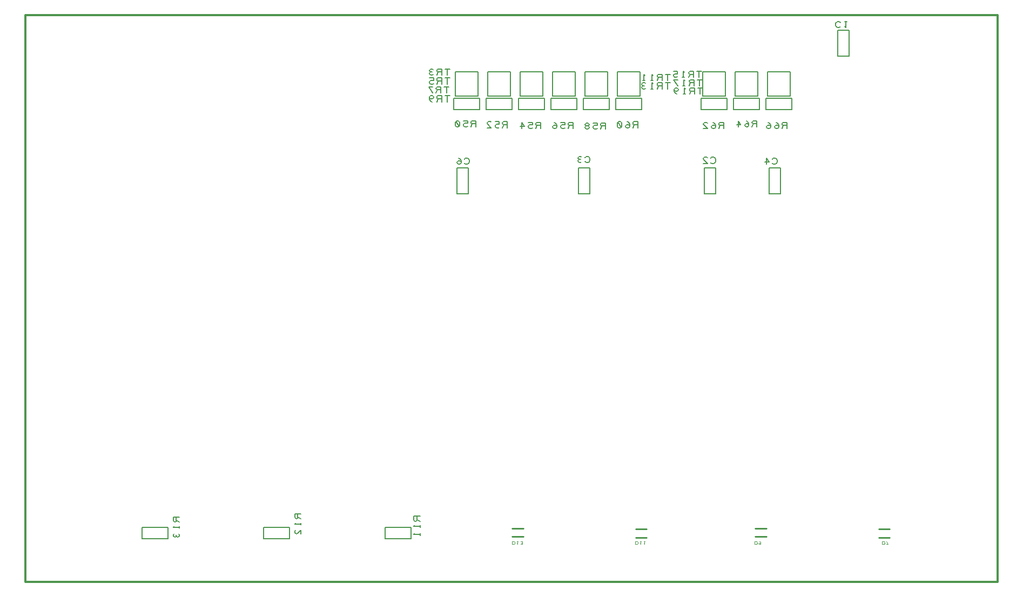
<source format=gbr>
G04 EasyPC Gerber Version 20.0.2 Build 4112 *
G04 #@! TF.Part,Single*
G04 #@! TF.FileFunction,Legend,Bot *
%FSLAX35Y35*%
%MOIN*%
%ADD106C,0.00100*%
%ADD105C,0.00500*%
%ADD11C,0.01000*%
%ADD10C,0.01200*%
X0Y0D02*
D02*
D10*
X680250Y344250D02*
X1280250D01*
Y694250*
X680250*
Y344250*
D02*
D11*
X980577Y372108D02*
X987467D01*
X980577Y377226D02*
X987467D01*
X1056805Y371691D02*
X1063695D01*
X1056805Y376809D02*
X1063695D01*
X1130577Y372108D02*
X1137467D01*
X1130577Y377226D02*
X1137467D01*
X1206805Y371691D02*
X1213695D01*
X1206805Y376809D02*
X1213695D01*
D02*
D105*
X752250Y377750D02*
X768250D01*
Y370750*
X752250*
Y377750*
X775313Y384250D02*
X771563D01*
Y382063*
X771875Y381437*
X772500Y381125*
X773125Y381437*
X773437Y382063*
Y384250*
Y382063D02*
X775313Y381125D01*
Y378625D02*
Y377375D01*
Y378000D02*
X771563D01*
X772187Y378625*
X775000Y373937D02*
X775313Y373313D01*
Y372687*
X775000Y372063*
X774375Y371750*
X773750Y372063*
X773437Y372687*
Y373313*
Y372687D02*
X773125Y372063D01*
X772500Y371750*
X771875Y372063*
X771563Y372687*
Y373313*
X771875Y373937*
X827250Y377750D02*
X843250D01*
Y370750*
X827250*
Y377750*
X850313Y386250D02*
X846563D01*
Y384063*
X846875Y383437*
X847500Y383125*
X848125Y383437*
X848437Y384063*
Y386250*
Y384063D02*
X850313Y383125D01*
Y380625D02*
Y379375D01*
Y380000D02*
X846563D01*
X847187Y380625*
X850313Y373750D02*
Y376250D01*
X848125Y374063*
X847500Y373750*
X846875Y374063*
X846563Y374687*
Y375625*
X846875Y376250*
X902250Y377750D02*
X918250D01*
Y370750*
X902250*
Y377750*
X923813Y384750D02*
X920063D01*
Y382563*
X920375Y381937*
X921000Y381625*
X921625Y381937*
X921937Y382563*
Y384750*
Y382563D02*
X923813Y381625D01*
Y379125D02*
Y377875D01*
Y378500D02*
X920063D01*
X920687Y379125*
X923813Y374125D02*
Y372875D01*
Y373500D02*
X920063D01*
X920687Y374125*
X940187Y646187D02*
Y649937D01*
X941750D02*
X938625D01*
X936750Y646187D02*
Y649937D01*
X934563*
X933937Y649625*
X933625Y649000*
X933937Y648375*
X934563Y648063*
X936750*
X934563D02*
X933625Y646187D01*
X931750D02*
X929250Y649937D01*
X931750*
X940687Y640687D02*
Y644437D01*
X942250D02*
X939125D01*
X937250Y640687D02*
Y644437D01*
X935063*
X934437Y644125*
X934125Y643500*
X934437Y642875*
X935063Y642563*
X937250*
X935063D02*
X934125Y640687D01*
X931313D02*
X930687Y641000D01*
X930063Y641625*
X929750Y642563*
Y643500*
X930063Y644125*
X930687Y644437*
X931313*
X931937Y644125*
X932250Y643500*
X931937Y642875*
X931313Y642563*
X930687*
X930063Y642875*
X929750Y643500*
X940687Y651687D02*
Y655437D01*
X942250D02*
X939125D01*
X937250Y651687D02*
Y655437D01*
X935063*
X934437Y655125*
X934125Y654500*
X934437Y653875*
X935063Y653563*
X937250*
X935063D02*
X934125Y651687D01*
X932250Y652000D02*
X931625Y651687D01*
X930687*
X930063Y652000*
X929750Y652625*
Y652937*
X930063Y653563*
X930687Y653875*
X932250*
Y655437*
X929750*
X940687Y657187D02*
Y660937D01*
X942250D02*
X939125D01*
X937250Y657187D02*
Y660937D01*
X935063*
X934437Y660625*
X934125Y660000*
X934437Y659375*
X935063Y659063*
X937250*
X935063D02*
X934125Y657187D01*
X931937Y657500D02*
X931313Y657187D01*
X930687*
X930063Y657500*
X929750Y658125*
X930063Y658750*
X930687Y659063*
X931313*
X930687D02*
X930063Y659375D01*
X929750Y660000*
X930063Y660625*
X930687Y660937*
X931313*
X931937Y660625*
X953750Y599750D02*
Y583750D01*
X946750*
Y599750*
X953750*
X951125Y602813D02*
X951437Y602500D01*
X952063Y602187*
X953000*
X953625Y602500*
X953937Y602813*
X954250Y603437*
Y604687*
X953937Y605313*
X953625Y605625*
X953000Y605937*
X952063*
X951437Y605625*
X951125Y605313*
X949250Y603125D02*
X948937Y603750D01*
X948313Y604063*
X947687*
X947063Y603750*
X946750Y603125*
X947063Y602500*
X947687Y602187*
X948313*
X948937Y602500*
X949250Y603125*
Y604063*
X948937Y605000*
X948313Y605625*
X947687Y605937*
X958250Y625187D02*
Y628937D01*
X956063*
X955437Y628625*
X955125Y628000*
X955437Y627375*
X956063Y627063*
X958250*
X956063D02*
X955125Y625187D01*
X953250Y625500D02*
X952625Y625187D01*
X951687*
X951063Y625500*
X950750Y626125*
Y626437*
X951063Y627063*
X951687Y627375*
X953250*
Y628937*
X950750*
X947937Y625500D02*
X947313Y625187D01*
X946687*
X946063Y625500*
X945750Y626125*
Y628000*
X946063Y628625*
X946687Y628937*
X947313*
X947937Y628625*
X948250Y628000*
Y626125*
X947937Y625500*
X946063Y628625*
X959750Y659250D02*
Y644250D01*
X945750*
Y659250*
X959650*
X960750Y635750D02*
X944750D01*
Y642750*
X960750*
Y635750*
X977750Y624687D02*
Y628437D01*
X975563*
X974937Y628125*
X974625Y627500*
X974937Y626875*
X975563Y626563*
X977750*
X975563D02*
X974625Y624687D01*
X972750Y625000D02*
X972125Y624687D01*
X971187*
X970563Y625000*
X970250Y625625*
Y625937*
X970563Y626563*
X971187Y626875*
X972750*
Y628437*
X970250*
X965250Y624687D02*
X967750D01*
X965563Y626875*
X965250Y627500*
X965563Y628125*
X966187Y628437*
X967125*
X967750Y628125*
X979750Y659250D02*
Y644250D01*
X965750*
Y659250*
X979650*
X980750Y635750D02*
X964750D01*
Y642750*
X980750*
Y635750*
X998250Y624187D02*
Y627937D01*
X996063*
X995437Y627625*
X995125Y627000*
X995437Y626375*
X996063Y626063*
X998250*
X996063D02*
X995125Y624187D01*
X993250Y624500D02*
X992625Y624187D01*
X991687*
X991063Y624500*
X990750Y625125*
Y625437*
X991063Y626063*
X991687Y626375*
X993250*
Y627937*
X990750*
X986687Y624187D02*
Y627937D01*
X988250Y625437*
X985750*
X999750Y659250D02*
Y644250D01*
X985750*
Y659250*
X999650*
X1000750Y635750D02*
X984750D01*
Y642750*
X1000750*
Y635750*
X1018250Y624187D02*
Y627937D01*
X1016063*
X1015437Y627625*
X1015125Y627000*
X1015437Y626375*
X1016063Y626063*
X1018250*
X1016063D02*
X1015125Y624187D01*
X1013250Y624500D02*
X1012625Y624187D01*
X1011687*
X1011063Y624500*
X1010750Y625125*
Y625437*
X1011063Y626063*
X1011687Y626375*
X1013250*
Y627937*
X1010750*
X1008250Y625125D02*
X1007937Y625750D01*
X1007313Y626063*
X1006687*
X1006063Y625750*
X1005750Y625125*
X1006063Y624500*
X1006687Y624187*
X1007313*
X1007937Y624500*
X1008250Y625125*
Y626063*
X1007937Y627000*
X1007313Y627625*
X1006687Y627937*
X1019750Y659250D02*
Y644250D01*
X1005750*
Y659250*
X1019650*
X1020750Y635750D02*
X1004750D01*
Y642750*
X1020750*
Y635750*
X1028750Y599750D02*
Y583750D01*
X1021750*
Y599750*
X1028750*
X1025625Y603813D02*
X1025937Y603500D01*
X1026563Y603187*
X1027500*
X1028125Y603500*
X1028437Y603813*
X1028750Y604437*
Y605687*
X1028437Y606313*
X1028125Y606625*
X1027500Y606937*
X1026563*
X1025937Y606625*
X1025625Y606313*
X1023437Y603500D02*
X1022813Y603187D01*
X1022187*
X1021563Y603500*
X1021250Y604125*
X1021563Y604750*
X1022187Y605063*
X1022813*
X1022187D02*
X1021563Y605375D01*
X1021250Y606000*
X1021563Y606625*
X1022187Y606937*
X1022813*
X1023437Y606625*
X1038250Y623887D02*
Y627637D01*
X1036063*
X1035437Y627325*
X1035125Y626700*
X1035437Y626075*
X1036063Y625763*
X1038250*
X1036063D02*
X1035125Y623887D01*
X1033250Y624200D02*
X1032625Y623887D01*
X1031687*
X1031063Y624200*
X1030750Y624825*
Y625137*
X1031063Y625763*
X1031687Y626075*
X1033250*
Y627637*
X1030750*
X1027313Y625763D02*
X1026687D01*
X1026063Y626075*
X1025750Y626700*
X1026063Y627325*
X1026687Y627637*
X1027313*
X1027937Y627325*
X1028250Y626700*
X1027937Y626075*
X1027313Y625763*
X1027937Y625450*
X1028250Y624825*
X1027937Y624200*
X1027313Y623887*
X1026687*
X1026063Y624200*
X1025750Y624825*
X1026063Y625450*
X1026687Y625763*
X1039750Y659250D02*
Y644250D01*
X1025750*
Y659250*
X1039650*
X1040750Y635750D02*
X1024750D01*
Y642750*
X1040750*
Y635750*
X1058250Y624687D02*
Y628437D01*
X1056063*
X1055437Y628125*
X1055125Y627500*
X1055437Y626875*
X1056063Y626563*
X1058250*
X1056063D02*
X1055125Y624687D01*
X1053250Y625625D02*
X1052937Y626250D01*
X1052313Y626563*
X1051687*
X1051063Y626250*
X1050750Y625625*
X1051063Y625000*
X1051687Y624687*
X1052313*
X1052937Y625000*
X1053250Y625625*
Y626563*
X1052937Y627500*
X1052313Y628125*
X1051687Y628437*
X1047937Y625000D02*
X1047313Y624687D01*
X1046687*
X1046063Y625000*
X1045750Y625625*
Y627500*
X1046063Y628125*
X1046687Y628437*
X1047313*
X1047937Y628125*
X1048250Y627500*
Y625625*
X1047937Y625000*
X1046063Y628125*
X1059750Y659250D02*
Y644250D01*
X1045750*
Y659250*
X1059650*
X1060750Y635750D02*
X1044750D01*
Y642750*
X1060750*
Y635750*
X1076687Y648687D02*
Y652437D01*
X1078250D02*
X1075125D01*
X1073250Y648687D02*
Y652437D01*
X1071063*
X1070437Y652125*
X1070125Y651500*
X1070437Y650875*
X1071063Y650563*
X1073250*
X1071063D02*
X1070125Y648687D01*
X1067625D02*
X1066375D01*
X1067000D02*
Y652437D01*
X1067625Y651813*
X1062937Y649000D02*
X1062313Y648687D01*
X1061687*
X1061063Y649000*
X1060750Y649625*
X1061063Y650250*
X1061687Y650563*
X1062313*
X1061687D02*
X1061063Y650875D01*
X1060750Y651500*
X1061063Y652125*
X1061687Y652437*
X1062313*
X1062937Y652125*
X1076687Y653887D02*
Y657637D01*
X1078250D02*
X1075125D01*
X1073250Y653887D02*
Y657637D01*
X1071063*
X1070437Y657325*
X1070125Y656700*
X1070437Y656075*
X1071063Y655763*
X1073250*
X1071063D02*
X1070125Y653887D01*
X1067625D02*
X1066375D01*
X1067000D02*
Y657637D01*
X1067625Y657013*
X1062625Y653887D02*
X1061375D01*
X1062000D02*
Y657637D01*
X1062625Y657013*
X1096087Y655787D02*
Y659537D01*
X1097650D02*
X1094525D01*
X1092650Y655787D02*
Y659537D01*
X1090463*
X1089837Y659225*
X1089525Y658600*
X1089837Y657975*
X1090463Y657663*
X1092650*
X1090463D02*
X1089525Y655787D01*
X1087025D02*
X1085775D01*
X1086400D02*
Y659537D01*
X1087025Y658913*
X1082650Y656100D02*
X1082025Y655787D01*
X1081087*
X1080463Y656100*
X1080150Y656725*
Y657037*
X1080463Y657663*
X1081087Y657975*
X1082650*
Y659537*
X1080150*
X1096387Y650587D02*
Y654337D01*
X1097950D02*
X1094825D01*
X1092950Y650587D02*
Y654337D01*
X1090763*
X1090137Y654025*
X1089825Y653400*
X1090137Y652775*
X1090763Y652463*
X1092950*
X1090763D02*
X1089825Y650587D01*
X1087325D02*
X1086075D01*
X1086700D02*
Y654337D01*
X1087325Y653713*
X1082950Y650587D02*
X1080450Y654337D01*
X1082950*
X1096687Y645487D02*
Y649237D01*
X1098250D02*
X1095125D01*
X1093250Y645487D02*
Y649237D01*
X1091063*
X1090437Y648925*
X1090125Y648300*
X1090437Y647675*
X1091063Y647363*
X1093250*
X1091063D02*
X1090125Y645487D01*
X1087625D02*
X1086375D01*
X1087000D02*
Y649237D01*
X1087625Y648613*
X1082313Y645487D02*
X1081687Y645800D01*
X1081063Y646425*
X1080750Y647363*
Y648300*
X1081063Y648925*
X1081687Y649237*
X1082313*
X1082937Y648925*
X1083250Y648300*
X1082937Y647675*
X1082313Y647363*
X1081687*
X1081063Y647675*
X1080750Y648300*
X1106250Y599750D02*
Y583750D01*
X1099250*
Y599750*
X1106250*
X1103125Y603313D02*
X1103437Y603000D01*
X1104063Y602687*
X1105000*
X1105625Y603000*
X1105937Y603313*
X1106250Y603937*
Y605187*
X1105937Y605813*
X1105625Y606125*
X1105000Y606437*
X1104063*
X1103437Y606125*
X1103125Y605813*
X1098750Y602687D02*
X1101250D01*
X1099063Y604875*
X1098750Y605500*
X1099063Y606125*
X1099687Y606437*
X1100625*
X1101250Y606125*
X1111250Y624187D02*
Y627937D01*
X1109063*
X1108437Y627625*
X1108125Y627000*
X1108437Y626375*
X1109063Y626063*
X1111250*
X1109063D02*
X1108125Y624187D01*
X1106250Y625125D02*
X1105937Y625750D01*
X1105313Y626063*
X1104687*
X1104063Y625750*
X1103750Y625125*
X1104063Y624500*
X1104687Y624187*
X1105313*
X1105937Y624500*
X1106250Y625125*
Y626063*
X1105937Y627000*
X1105313Y627625*
X1104687Y627937*
X1098750Y624187D02*
X1101250D01*
X1099063Y626375*
X1098750Y627000*
X1099063Y627625*
X1099687Y627937*
X1100625*
X1101250Y627625*
X1112250Y659250D02*
Y644250D01*
X1098250*
Y659250*
X1112150*
X1113250Y635750D02*
X1097250D01*
Y642750*
X1113250*
Y635750*
X1131750Y625187D02*
Y628937D01*
X1129563*
X1128937Y628625*
X1128625Y628000*
X1128937Y627375*
X1129563Y627063*
X1131750*
X1129563D02*
X1128625Y625187D01*
X1126750Y626125D02*
X1126437Y626750D01*
X1125813Y627063*
X1125187*
X1124563Y626750*
X1124250Y626125*
X1124563Y625500*
X1125187Y625187*
X1125813*
X1126437Y625500*
X1126750Y626125*
Y627063*
X1126437Y628000*
X1125813Y628625*
X1125187Y628937*
X1120187Y625187D02*
Y628937D01*
X1121750Y626437*
X1119250*
X1132250Y659250D02*
Y644250D01*
X1118250*
Y659250*
X1132150*
X1133250Y635750D02*
X1117250D01*
Y642750*
X1133250*
Y635750*
X1141125Y602813D02*
X1141437Y602500D01*
X1142063Y602187*
X1143000*
X1143625Y602500*
X1143937Y602813*
X1144250Y603437*
Y604687*
X1143937Y605313*
X1143625Y605625*
X1143000Y605937*
X1142063*
X1141437Y605625*
X1141125Y605313*
X1137687Y602187D02*
Y605937D01*
X1139250Y603437*
X1136750*
X1146250Y599750D02*
Y583750D01*
X1139250*
Y599750*
X1146250*
X1150250Y624187D02*
Y627937D01*
X1148063*
X1147437Y627625*
X1147125Y627000*
X1147437Y626375*
X1148063Y626063*
X1150250*
X1148063D02*
X1147125Y624187D01*
X1145250Y625125D02*
X1144937Y625750D01*
X1144313Y626063*
X1143687*
X1143063Y625750*
X1142750Y625125*
X1143063Y624500*
X1143687Y624187*
X1144313*
X1144937Y624500*
X1145250Y625125*
Y626063*
X1144937Y627000*
X1144313Y627625*
X1143687Y627937*
X1140250Y625125D02*
X1139937Y625750D01*
X1139313Y626063*
X1138687*
X1138063Y625750*
X1137750Y625125*
X1138063Y624500*
X1138687Y624187*
X1139313*
X1139937Y624500*
X1140250Y625125*
Y626063*
X1139937Y627000*
X1139313Y627625*
X1138687Y627937*
X1152250Y659250D02*
Y644250D01*
X1138250*
Y659250*
X1152150*
X1153250Y635750D02*
X1137250D01*
Y642750*
X1153250*
Y635750*
X1183375Y689687D02*
X1183063Y690000D01*
X1182437Y690313*
X1181500*
X1180875Y690000*
X1180563Y689687*
X1180250Y689063*
Y687813*
X1180563Y687187*
X1180875Y686875*
X1181500Y686563*
X1182437*
X1183063Y686875*
X1183375Y687187*
X1185875Y690313D02*
X1187125D01*
X1186500D02*
Y686563D01*
X1185875Y687187*
X1181750Y668750D02*
Y684750D01*
X1188750*
Y668750*
X1181750*
D02*
D106*
X980750Y369281D02*
Y367406D01*
X981687*
X982000Y367563*
X982156Y367719*
X982313Y368031*
Y368656*
X982156Y368969*
X982000Y369125*
X981687Y369281*
X980750*
X983563D02*
X984187D01*
X983875D02*
Y367406D01*
X983563Y367719*
X985906Y369125D02*
X986219Y369281D01*
X986531*
X986844Y369125*
X987000Y368813*
X986844Y368500*
X986531Y368344*
X986219*
X986531D02*
X986844Y368187D01*
X987000Y367875*
X986844Y367563*
X986531Y367406*
X986219*
X985906Y367563*
X1056750Y369281D02*
Y367406D01*
X1057687*
X1058000Y367563*
X1058156Y367719*
X1058313Y368031*
Y368656*
X1058156Y368969*
X1058000Y369125*
X1057687Y369281*
X1056750*
X1059563D02*
X1060187D01*
X1059875D02*
Y367406D01*
X1059563Y367719*
X1062063Y369281D02*
X1062687D01*
X1062375D02*
Y367406D01*
X1062063Y367719*
X1130250Y369281D02*
Y367406D01*
X1131187*
X1131500Y367563*
X1131656Y367719*
X1131813Y368031*
Y368656*
X1131656Y368969*
X1131500Y369125*
X1131187Y369281*
X1130250*
X1133219D02*
X1133531Y369125D01*
X1133844Y368813*
X1134000Y368344*
Y367875*
X1133844Y367563*
X1133531Y367406*
X1133219*
X1132906Y367563*
X1132750Y367875*
X1132906Y368187*
X1133219Y368344*
X1133531*
X1133844Y368187*
X1134000Y367875*
X1208978Y369281D02*
Y367406D01*
X1209916*
X1210228Y367563*
X1210385Y367719*
X1210541Y368031*
Y368656*
X1210385Y368969*
X1210228Y369125*
X1209916Y369281*
X1208978*
X1211478D02*
X1212728Y367406D01*
X1211478*
X0Y0D02*
M02*

</source>
